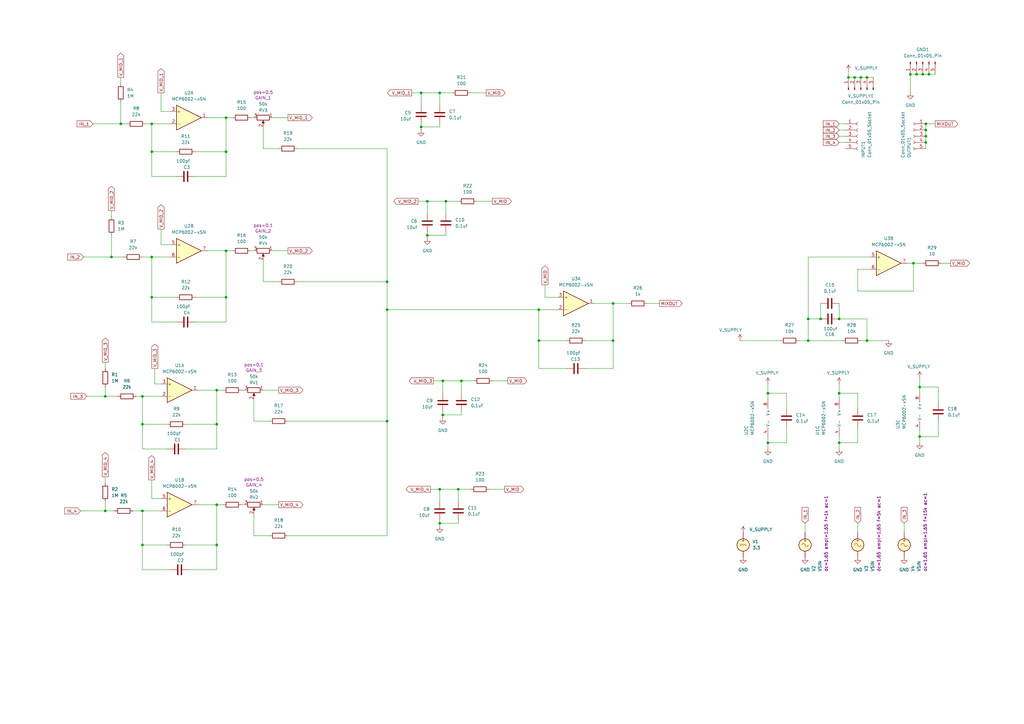
<source format=kicad_sch>
(kicad_sch (version 20250114) (generator "eeschema") (generator_version "9.0")
  (paper "A3")
  (lib_symbols
    (symbol "Amplifier_Operational:MCP6002-xSN" (pin_names (offset 0.127))
      (property "Reference" "U" (at 0 5.08 0))
      (property "Value" "MCP6002-xSN" (at 0 -5.08 0))
      (symbol "MCP6002-xSN_1_1"
        (pin input line (at -7.62 2.54 0) (length 2.54) (name "+") (number "3"))
        (pin input line (at -7.62 -2.54 0) (length 2.54) (name "-") (number "2"))
        (pin output line (at 7.62 0 180) (length 2.54) (name "~") (number "1"))
      )
      (symbol "MCP6002-xSN_2_1"
        (pin input line (at -7.62 2.54 0) (length 2.54) (name "+") (number "5"))
        (pin input line (at -7.62 -2.54 0) (length 2.54) (name "-") (number "6"))
        (pin output line (at 7.62 0 180) (length 2.54) (name "~") (number "7"))
      )
      (symbol "MCP6002-xSN_3_1"
        (pin power_in line (at -2.54 7.62 270) (length 3.81) (name "V+") (number "8"))
        (pin power_in line (at -2.54 -7.62 90) (length 3.81) (name "V-") (number "4"))
      )
    )
    (symbol "Connector:Conn_01x05_Pin" (pin_names (offset 1.016) (hide yes))
      (property "Reference" "J" (at 0 7.62 0))
      (property "Value" "Conn_01x05_Pin" (at 0 -7.62 0))
      (symbol "Conn_01x05_Pin_1_1"
        (pin passive line (at 5.08 5.08 180) (length 3.81) (name "Pin_1") (number "1"))
        (pin passive line (at 5.08 2.54 180) (length 3.81) (name "Pin_2") (number "2"))
        (pin passive line (at 5.08 0 180) (length 3.81) (name "Pin_3") (number "3"))
        (pin passive line (at 5.08 -2.54 180) (length 3.81) (name "Pin_4") (number "4"))
        (pin passive line (at 5.08 -5.08 180) (length 3.81) (name "Pin_5") (number "5"))
      )
    )
    (symbol "Connector:Conn_01x05_Socket" (pin_names (offset 1.016) (hide yes))
      (property "Reference" "J" (at 0 7.62 0))
      (property "Value" "Conn_01x05_Socket" (at 0 -7.62 0))
      (symbol "Conn_01x05_Socket_1_1"
        (pin passive line (at -5.08 5.08 0) (length 3.81) (name "Pin_1") (number "1"))
        (pin passive line (at -5.08 2.54 0) (length 3.81) (name "Pin_2") (number "2"))
        (pin passive line (at -5.08 0 0) (length 3.81) (name "Pin_3") (number "3"))
        (pin passive line (at -5.08 -2.54 0) (length 3.81) (name "Pin_4") (number "4"))
        (pin passive line (at -5.08 -5.08 0) (length 3.81) (name "Pin_5") (number "5"))
      )
    )
    (symbol "Device:C" (pin_numbers (hide yes)) (pin_names (offset 0.254))
      (property "Reference" "C" (at 0.635 2.54 0))
      (property "Value" "C" (at 0.635 -2.54 0))
      (symbol "C_1_1"
        (pin passive line (at 0 3.81 270) (length 2.794) (name "~") (number "1"))
        (pin passive line (at 0 -3.81 90) (length 2.794) (name "~") (number "2"))
      )
    )
    (symbol "Device:R" (pin_numbers (hide yes)) (pin_names (offset 0))
      (property "Reference" "R" (at 2.032 0 90))
      (property "Value" "R" (at 0 0 90))
      (symbol "R_1_1"
        (pin passive line (at 0 3.81 270) (length 1.27) (name "~") (number "1"))
        (pin passive line (at 0 -3.81 90) (length 1.27) (name "~") (number "2"))
      )
    )
    (symbol "Device:R_Potentiometer" (pin_names (offset 1.016) (hide yes))
      (property "Reference" "RV" (at -4.445 0 90))
      (property "Value" "R_Potentiometer" (at -2.54 0 90))
      (symbol "R_Potentiometer_1_1"
        (pin passive line (at 0 3.81 270) (length 1.27) (name "1") (number "1"))
        (pin passive line (at 0 -3.81 90) (length 1.27) (name "3") (number "3"))
        (pin passive line (at 3.81 0 180) (length 1.27) (name "2") (number "2"))
      )
    )
    (symbol "Simulation_SPICE:VDC" (pin_numbers (hide yes)) (pin_names (offset 0.0254))
      (property "Reference" "V" (at 2.54 2.54 0))
      (property "Value" "1" (at 2.54 0 0))
      (symbol "VDC_0_0"
        (text "+" (at 0 1.905 0) (effects (font (size 1.27 1.27))))
      )
      (symbol "VDC_1_1"
        (pin passive line (at 0 5.08 270) (length 2.54) (name "~") (number "1"))
        (pin passive line (at 0 -5.08 90) (length 2.54) (name "~") (number "2"))
      )
    )
    (symbol "Simulation_SPICE:VSIN" (pin_numbers (hide yes)) (pin_names (offset 0.0254))
      (property "Reference" "V" (at 2.54 2.54 0))
      (property "Value" "VSIN" (at 2.54 0 0))
      (property "Sim.Params" "dc=0 ampl=1 f=1k ac=1" (at 2.54 -2.54 0))
      (symbol "VSIN_0_0"
        (text "+" (at 0 1.905 0) (effects (font (size 1.27 1.27))))
      )
      (symbol "VSIN_1_1"
        (pin passive line (at 0 5.08 270) (length 2.54) (name "~") (number "1"))
        (pin passive line (at 0 -5.08 90) (length 2.54) (name "~") (number "2"))
      )
    )
    (symbol "power:+5V" (power) (pin_numbers (hide yes)) (pin_names (offset 0) (hide yes))
      (property "Value" "+5V" (at 0 3.556 0))
      (symbol "+5V_1_1"
        (pin power_in line (at 0 0 90) (length 0) (name "~") (number "1"))
      )
    )
    (symbol "power:GND" (power) (pin_numbers (hide yes)) (pin_names (offset 0) (hide yes))
      (property "Value" "GND" (at 0 -3.81 0))
      (symbol "GND_1_1"
        (pin power_in line (at 0 0 270) (length 0) (name "~") (number "1"))
      )
    )
  )
  (junction (at 88.9 160.02))
  (junction (at 180.34 214.63))
  (junction (at 350.52 31.75))
  (junction (at 58.42 162.56))
  (junction (at 58.42 223.52))
  (junction (at 88.9 207.01))
  (junction (at 331.47 139.7))
  (junction (at 344.17 161.29))
  (junction (at 182.88 82.55))
  (junction (at 58.42 173.99))
  (junction (at 181.61 170.18))
  (junction (at 180.34 38.1))
  (junction (at 375.92 30.48))
  (junction (at 347.98 31.75))
  (junction (at 379.73 53.34))
  (junction (at 331.47 130.81))
  (junction (at 92.71 48.26))
  (junction (at 379.73 55.88))
  (junction (at 314.96 161.29))
  (junction (at 158.75 115.57))
  (junction (at 355.6 31.75))
  (junction (at 88.9 173.99))
  (junction (at 251.46 139.7))
  (junction (at 381 30.48))
  (junction (at 344.17 130.81))
  (junction (at 62.23 50.8))
  (junction (at 58.42 209.55))
  (junction (at 62.23 105.41))
  (junction (at 158.75 127))
  (junction (at 175.26 96.52))
  (junction (at 189.23 156.21))
  (junction (at 378.46 30.48))
  (junction (at 336.55 130.81))
  (junction (at 92.71 102.87))
  (junction (at 49.53 50.8))
  (junction (at 374.65 107.95))
  (junction (at 62.23 121.92))
  (junction (at 92.71 62.23))
  (junction (at 158.75 172.72))
  (junction (at 377.19 158.75))
  (junction (at 172.72 38.1))
  (junction (at 377.19 179.07))
  (junction (at 45.72 105.41))
  (junction (at 355.6 139.7))
  (junction (at 43.18 209.55))
  (junction (at 353.06 31.75))
  (junction (at 379.73 50.8))
  (junction (at 88.9 223.52))
  (junction (at 220.98 127))
  (junction (at 344.17 181.61))
  (junction (at 314.96 181.61))
  (junction (at 181.61 156.21))
  (junction (at 251.46 124.46))
  (junction (at 62.23 62.23))
  (junction (at 172.72 52.07))
  (junction (at 180.34 200.66))
  (junction (at 175.26 82.55))
  (junction (at 220.98 139.7))
  (junction (at 187.96 200.66))
  (junction (at 373.38 30.48))
  (junction (at 92.71 121.92))
  (junction (at 43.18 162.56))
  (junction (at 379.73 58.42))
  (wire (pts (xy 370.84 214.63) (xy 370.84 218.44)))
  (wire (pts (xy 54.61 209.55) (xy 58.42 209.55)))
  (wire (pts (xy 121.92 60.96) (xy 158.75 60.96)))
  (wire (pts (xy 99.06 160.02) (xy 100.33 160.02)))
  (wire (pts (xy 331.47 105.41) (xy 356.87 105.41)))
  (wire (pts (xy 175.26 95.25) (xy 175.26 96.52)))
  (wire (pts (xy 66.04 100.33) (xy 69.85 100.33)))
  (wire (pts (xy 168.91 38.1) (xy 172.72 38.1)))
  (wire (pts (xy 344.17 58.42) (xy 346.71 58.42)))
  (wire (pts (xy 72.39 132.08) (xy 62.23 132.08)))
  (wire (pts (xy 377.19 181.61) (xy 377.19 179.07)))
  (wire (pts (xy 69.85 45.72) (xy 66.04 45.72)))
  (wire (pts (xy 384.81 165.1) (xy 384.81 158.75)))
  (wire (pts (xy 102.87 102.87) (xy 104.14 102.87)))
  (wire (pts (xy 187.96 200.66) (xy 187.96 205.74)))
  (wire (pts (xy 177.8 156.21) (xy 181.61 156.21)))
  (wire (pts (xy 50.8 105.41) (xy 45.72 105.41)))
  (wire (pts (xy 88.9 233.68) (xy 88.9 223.52)))
  (wire (pts (xy 107.95 115.57) (xy 114.3 115.57)))
  (wire (pts (xy 322.58 167.64) (xy 322.58 161.29)))
  (wire (pts (xy 107.95 106.68) (xy 107.95 115.57)))
  (wire (pts (xy 80.01 121.92) (xy 92.71 121.92)))
  (wire (pts (xy 63.5 151.13) (xy 63.5 157.48)))
  (wire (pts (xy 182.88 95.25) (xy 182.88 96.52)))
  (wire (pts (xy 80.01 62.23) (xy 92.71 62.23)))
  (wire (pts (xy 72.39 121.92) (xy 62.23 121.92)))
  (wire (pts (xy 58.42 162.56) (xy 66.04 162.56)))
  (wire (pts (xy 181.61 156.21) (xy 189.23 156.21)))
  (wire (pts (xy 322.58 175.26) (xy 322.58 181.61)))
  (wire (pts (xy 180.34 213.36) (xy 180.34 214.63)))
  (wire (pts (xy 232.41 139.7) (xy 220.98 139.7)))
  (wire (pts (xy 88.9 160.02) (xy 91.44 160.02)))
  (wire (pts (xy 189.23 170.18) (xy 181.61 170.18)))
  (wire (pts (xy 355.6 31.75) (xy 358.14 31.75)))
  (wire (pts (xy 351.79 175.26) (xy 351.79 181.61)))
  (wire (pts (xy 193.04 38.1) (xy 199.39 38.1)))
  (wire (pts (xy 62.23 105.41) (xy 62.23 121.92)))
  (wire (pts (xy 88.9 207.01) (xy 88.9 223.52)))
  (wire (pts (xy 243.84 124.46) (xy 251.46 124.46)))
  (wire (pts (xy 176.53 200.66) (xy 180.34 200.66)))
  (wire (pts (xy 379.73 58.42) (xy 379.73 60.96)))
  (wire (pts (xy 158.75 172.72) (xy 158.75 127)))
  (wire (pts (xy 62.23 72.39) (xy 62.23 62.23)))
  (wire (pts (xy 107.95 160.02) (xy 114.3 160.02)))
  (wire (pts (xy 80.01 132.08) (xy 92.71 132.08)))
  (wire (pts (xy 347.98 31.75) (xy 350.52 31.75)))
  (wire (pts (xy 232.41 151.13) (xy 220.98 151.13)))
  (wire (pts (xy 351.79 110.49) (xy 356.87 110.49)))
  (wire (pts (xy 314.96 157.48) (xy 314.96 161.29)))
  (wire (pts (xy 111.76 102.87) (xy 118.11 102.87)))
  (wire (pts (xy 111.76 48.26) (xy 118.11 48.26)))
  (wire (pts (xy 172.72 43.18) (xy 172.72 38.1)))
  (wire (pts (xy 182.88 82.55) (xy 182.88 87.63)))
  (wire (pts (xy 62.23 196.85) (xy 62.23 204.47)))
  (wire (pts (xy 35.56 162.56) (xy 43.18 162.56)))
  (wire (pts (xy 88.9 207.01) (xy 91.44 207.01)))
  (wire (pts (xy 58.42 184.15) (xy 58.42 173.99)))
  (wire (pts (xy 195.58 82.55) (xy 201.93 82.55)))
  (wire (pts (xy 331.47 130.81) (xy 331.47 139.7)))
  (wire (pts (xy 68.58 173.99) (xy 58.42 173.99)))
  (wire (pts (xy 172.72 50.8) (xy 172.72 52.07)))
  (wire (pts (xy 384.81 172.72) (xy 384.81 179.07)))
  (wire (pts (xy 344.17 53.34) (xy 346.71 53.34)))
  (wire (pts (xy 314.96 181.61) (xy 314.96 179.07)))
  (wire (pts (xy 58.42 223.52) (xy 58.42 233.68)))
  (wire (pts (xy 257.81 124.46) (xy 251.46 124.46)))
  (wire (pts (xy 80.01 72.39) (xy 92.71 72.39)))
  (wire (pts (xy 381 30.48) (xy 383.54 30.48)))
  (wire (pts (xy 69.85 233.68) (xy 58.42 233.68)))
  (wire (pts (xy 344.17 157.48) (xy 344.17 161.29)))
  (wire (pts (xy 102.87 48.26) (xy 104.14 48.26)))
  (wire (pts (xy 76.2 184.15) (xy 88.9 184.15)))
  (wire (pts (xy 314.96 184.15) (xy 314.96 181.61)))
  (wire (pts (xy 351.79 181.61) (xy 344.17 181.61)))
  (wire (pts (xy 379.73 50.8) (xy 379.73 53.34)))
  (wire (pts (xy 377.19 158.75) (xy 377.19 161.29)))
  (wire (pts (xy 353.06 31.75) (xy 355.6 31.75)))
  (wire (pts (xy 171.45 82.55) (xy 175.26 82.55)))
  (wire (pts (xy 189.23 156.21) (xy 194.31 156.21)))
  (wire (pts (xy 58.42 209.55) (xy 58.42 223.52)))
  (wire (pts (xy 58.42 105.41) (xy 62.23 105.41)))
  (wire (pts (xy 81.28 207.01) (xy 88.9 207.01)))
  (wire (pts (xy 330.2 214.63) (xy 330.2 218.44)))
  (wire (pts (xy 175.26 96.52) (xy 175.26 97.79)))
  (wire (pts (xy 181.61 170.18) (xy 181.61 171.45)))
  (wire (pts (xy 373.38 30.48) (xy 375.92 30.48)))
  (wire (pts (xy 303.53 139.7) (xy 320.04 139.7)))
  (wire (pts (xy 364.49 139.7) (xy 355.6 139.7)))
  (wire (pts (xy 187.96 213.36) (xy 187.96 214.63)))
  (wire (pts (xy 43.18 209.55) (xy 46.99 209.55)))
  (wire (pts (xy 373.38 30.48) (xy 373.38 38.1)))
  (wire (pts (xy 43.18 148.59) (xy 43.18 151.13)))
  (wire (pts (xy 322.58 181.61) (xy 314.96 181.61)))
  (wire (pts (xy 351.79 167.64) (xy 351.79 161.29)))
  (wire (pts (xy 347.98 31.75) (xy 347.98 29.21)))
  (wire (pts (xy 104.14 219.71) (xy 110.49 219.71)))
  (wire (pts (xy 251.46 124.46) (xy 251.46 139.7)))
  (wire (pts (xy 66.04 45.72) (xy 66.04 38.1)))
  (wire (pts (xy 331.47 139.7) (xy 345.44 139.7)))
  (wire (pts (xy 251.46 151.13) (xy 251.46 139.7)))
  (wire (pts (xy 62.23 105.41) (xy 69.85 105.41)))
  (wire (pts (xy 344.17 124.46) (xy 344.17 130.81)))
  (wire (pts (xy 327.66 139.7) (xy 331.47 139.7)))
  (wire (pts (xy 175.26 82.55) (xy 182.88 82.55)))
  (wire (pts (xy 107.95 52.07) (xy 107.95 60.96)))
  (wire (pts (xy 172.72 38.1) (xy 180.34 38.1)))
  (wire (pts (xy 220.98 139.7) (xy 220.98 127)))
  (wire (pts (xy 374.65 119.38) (xy 351.79 119.38)))
  (wire (pts (xy 384.81 158.75) (xy 377.19 158.75)))
  (wire (pts (xy 344.17 50.8) (xy 346.71 50.8)))
  (wire (pts (xy 88.9 160.02) (xy 88.9 173.99)))
  (wire (pts (xy 62.23 132.08) (xy 62.23 121.92)))
  (wire (pts (xy 58.42 209.55) (xy 66.04 209.55)))
  (wire (pts (xy 180.34 50.8) (xy 180.34 52.07)))
  (wire (pts (xy 92.71 132.08) (xy 92.71 121.92)))
  (wire (pts (xy 374.65 107.95) (xy 374.65 119.38)))
  (wire (pts (xy 180.34 214.63) (xy 180.34 215.9)))
  (wire (pts (xy 158.75 115.57) (xy 158.75 127)))
  (wire (pts (xy 68.58 184.15) (xy 58.42 184.15)))
  (wire (pts (xy 378.46 30.48) (xy 381 30.48)))
  (wire (pts (xy 49.53 50.8) (xy 52.07 50.8)))
  (wire (pts (xy 158.75 127) (xy 220.98 127)))
  (wire (pts (xy 189.23 156.21) (xy 189.23 161.29)))
  (wire (pts (xy 107.95 207.01) (xy 114.3 207.01)))
  (wire (pts (xy 251.46 139.7) (xy 240.03 139.7)))
  (wire (pts (xy 34.29 105.41) (xy 45.72 105.41)))
  (wire (pts (xy 180.34 205.74) (xy 180.34 200.66)))
  (wire (pts (xy 270.51 124.46) (xy 265.43 124.46)))
  (wire (pts (xy 355.6 130.81) (xy 355.6 139.7)))
  (wire (pts (xy 158.75 219.71) (xy 158.75 172.72)))
  (wire (pts (xy 314.96 161.29) (xy 314.96 163.83)))
  (wire (pts (xy 92.71 72.39) (xy 92.71 62.23)))
  (wire (pts (xy 49.53 31.75) (xy 49.53 34.29)))
  (wire (pts (xy 182.88 96.52) (xy 175.26 96.52)))
  (wire (pts (xy 187.96 200.66) (xy 193.04 200.66)))
  (wire (pts (xy 180.34 200.66) (xy 187.96 200.66)))
  (wire (pts (xy 180.34 52.07) (xy 172.72 52.07)))
  (wire (pts (xy 118.11 219.71) (xy 158.75 219.71)))
  (wire (pts (xy 38.1 50.8) (xy 49.53 50.8)))
  (wire (pts (xy 104.14 163.83) (xy 104.14 172.72)))
  (wire (pts (xy 386.08 107.95) (xy 389.89 107.95)))
  (wire (pts (xy 383.54 50.8) (xy 379.73 50.8)))
  (wire (pts (xy 377.19 154.94) (xy 377.19 158.75)))
  (wire (pts (xy 72.39 72.39) (xy 62.23 72.39)))
  (wire (pts (xy 92.71 102.87) (xy 92.71 121.92)))
  (wire (pts (xy 223.52 116.84) (xy 223.52 121.92)))
  (wire (pts (xy 76.2 173.99) (xy 88.9 173.99)))
  (wire (pts (xy 118.11 172.72) (xy 158.75 172.72)))
  (wire (pts (xy 66.04 93.98) (xy 66.04 100.33)))
  (wire (pts (xy 181.61 161.29) (xy 181.61 156.21)))
  (wire (pts (xy 85.09 102.87) (xy 92.71 102.87)))
  (wire (pts (xy 77.47 233.68) (xy 88.9 233.68)))
  (wire (pts (xy 158.75 60.96) (xy 158.75 115.57)))
  (wire (pts (xy 45.72 96.52) (xy 45.72 105.41)))
  (wire (pts (xy 43.18 162.56) (xy 48.26 162.56)))
  (wire (pts (xy 351.79 161.29) (xy 344.17 161.29)))
  (wire (pts (xy 59.69 50.8) (xy 62.23 50.8)))
  (wire (pts (xy 344.17 55.88) (xy 346.71 55.88)))
  (wire (pts (xy 104.14 210.82) (xy 104.14 219.71)))
  (wire (pts (xy 43.18 158.75) (xy 43.18 162.56)))
  (wire (pts (xy 344.17 181.61) (xy 344.17 179.07)))
  (wire (pts (xy 355.6 139.7) (xy 353.06 139.7)))
  (wire (pts (xy 350.52 31.75) (xy 353.06 31.75)))
  (wire (pts (xy 104.14 172.72) (xy 110.49 172.72)))
  (wire (pts (xy 43.18 195.58) (xy 43.18 198.12)))
  (wire (pts (xy 322.58 161.29) (xy 314.96 161.29)))
  (wire (pts (xy 200.66 200.66) (xy 207.01 200.66)))
  (wire (pts (xy 220.98 127) (xy 228.6 127)))
  (wire (pts (xy 81.28 160.02) (xy 88.9 160.02)))
  (wire (pts (xy 379.73 55.88) (xy 379.73 58.42)))
  (wire (pts (xy 331.47 105.41) (xy 331.47 130.81)))
  (wire (pts (xy 45.72 86.36) (xy 45.72 88.9)))
  (wire (pts (xy 63.5 157.48) (xy 66.04 157.48)))
  (wire (pts (xy 344.17 161.29) (xy 344.17 163.83)))
  (wire (pts (xy 107.95 60.96) (xy 114.3 60.96)))
  (wire (pts (xy 180.34 38.1) (xy 180.34 43.18)))
  (wire (pts (xy 201.93 156.21) (xy 208.28 156.21)))
  (wire (pts (xy 92.71 48.26) (xy 95.25 48.26)))
  (wire (pts (xy 344.17 130.81) (xy 355.6 130.81)))
  (wire (pts (xy 33.02 209.55) (xy 43.18 209.55)))
  (wire (pts (xy 220.98 151.13) (xy 220.98 139.7)))
  (wire (pts (xy 331.47 130.81) (xy 336.55 130.81)))
  (wire (pts (xy 189.23 168.91) (xy 189.23 170.18)))
  (wire (pts (xy 182.88 82.55) (xy 187.96 82.55)))
  (wire (pts (xy 99.06 207.01) (xy 100.33 207.01)))
  (wire (pts (xy 72.39 62.23) (xy 62.23 62.23)))
  (wire (pts (xy 62.23 50.8) (xy 62.23 62.23)))
  (wire (pts (xy 58.42 162.56) (xy 58.42 173.99)))
  (wire (pts (xy 180.34 38.1) (xy 185.42 38.1)))
  (wire (pts (xy 379.73 53.34) (xy 379.73 55.88)))
  (wire (pts (xy 336.55 124.46) (xy 336.55 130.81)))
  (wire (pts (xy 187.96 214.63) (xy 180.34 214.63)))
  (wire (pts (xy 223.52 121.92) (xy 228.6 121.92)))
  (wire (pts (xy 68.58 223.52) (xy 58.42 223.52)))
  (wire (pts (xy 88.9 184.15) (xy 88.9 173.99)))
  (wire (pts (xy 49.53 41.91) (xy 49.53 50.8)))
  (wire (pts (xy 377.19 179.07) (xy 377.19 176.53)))
  (wire (pts (xy 76.2 223.52) (xy 88.9 223.52)))
  (wire (pts (xy 181.61 168.91) (xy 181.61 170.18)))
  (wire (pts (xy 85.09 48.26) (xy 92.71 48.26)))
  (wire (pts (xy 172.72 52.07) (xy 172.72 53.34)))
  (wire (pts (xy 351.79 214.63) (xy 351.79 218.44)))
  (wire (pts (xy 92.71 102.87) (xy 95.25 102.87)))
  (wire (pts (xy 55.88 162.56) (xy 58.42 162.56)))
  (wire (pts (xy 374.65 107.95) (xy 378.46 107.95)))
  (wire (pts (xy 175.26 87.63) (xy 175.26 82.55)))
  (wire (pts (xy 372.11 107.95) (xy 374.65 107.95)))
  (wire (pts (xy 92.71 48.26) (xy 92.71 62.23)))
  (wire (pts (xy 62.23 204.47) (xy 66.04 204.47)))
  (wire (pts (xy 43.18 205.74) (xy 43.18 209.55)))
  (wire (pts (xy 384.81 179.07) (xy 377.19 179.07)))
  (wire (pts (xy 344.17 184.15) (xy 344.17 181.61)))
  (wire (pts (xy 121.92 115.57) (xy 158.75 115.57)))
  (wire (pts (xy 375.92 30.48) (xy 378.46 30.48)))
  (wire (pts (xy 62.23 50.8) (xy 69.85 50.8)))
  (wire (pts (xy 351.79 119.38) (xy 351.79 110.49)))
  (wire (pts (xy 240.03 151.13) (xy 251.46 151.13)))
  (global_label "V_MID_4" (shape output) (at 43.18 195.58 90) (property "Intersheetrefs" "${INTERSHEET_REFS}" (effects (hide yes))))
  (global_label "IN_3" (shape input) (at 35.56 162.56 180) (property "Intersheetrefs" "${INTERSHEET_REFS}" (effects (hide yes))))
  (global_label "V_MID_2" (shape output) (at 118.11 102.87 0) (property "Intersheetrefs" "${INTERSHEET_REFS}" (effects (hide yes))))
  (global_label "IN_1" (shape input) (at 38.1 50.8 180) (property "Intersheetrefs" "${INTERSHEET_REFS}" (effects (hide yes))))
  (global_label "IN_4" (shape input) (at 33.02 209.55 180) (property "Intersheetrefs" "${INTERSHEET_REFS}" (effects (hide yes))))
  (global_label "IN_1" (shape input) (at 344.17 50.8 180) (property "Intersheetrefs" "${INTERSHEET_REFS}" (effects (hide yes))))
  (global_label "V_MID_3" (shape output) (at 63.5 151.13 90) (property "Intersheetrefs" "${INTERSHEET_REFS}" (effects (hide yes))))
  (global_label "V_MID" (shape output) (at 201.93 82.55 0) (property "Intersheetrefs" "${INTERSHEET_REFS}" (effects (hide yes))))
  (global_label "V_MID_4" (shape output) (at 176.53 200.66 180) (property "Intersheetrefs" "${INTERSHEET_REFS}" (effects (hide yes))))
  (global_label "IN_3" (shape input) (at 344.17 55.88 180) (property "Intersheetrefs" "${INTERSHEET_REFS}" (effects (hide yes))))
  (global_label "V_MID_3" (shape output) (at 43.18 148.59 90) (property "Intersheetrefs" "${INTERSHEET_REFS}" (effects (hide yes))))
  (global_label "V_MID_3" (shape output) (at 114.3 160.02 0) (property "Intersheetrefs" "${INTERSHEET_REFS}" (effects (hide yes))))
  (global_label "V_MID_2" (shape output) (at 45.72 86.36 90) (property "Intersheetrefs" "${INTERSHEET_REFS}" (effects (hide yes))))
  (global_label "V_MID" (shape output) (at 207.01 200.66 0) (property "Intersheetrefs" "${INTERSHEET_REFS}" (effects (hide yes))))
  (global_label "IN_2" (shape input) (at 351.79 214.63 90) (property "Intersheetrefs" "${INTERSHEET_REFS}" (effects (hide yes))))
  (global_label "V_MID_1" (shape output) (at 49.53 31.75 90) (property "Intersheetrefs" "${INTERSHEET_REFS}" (effects (hide yes))))
  (global_label "V_MID" (shape output) (at 389.89 107.95 0) (property "Intersheetrefs" "${INTERSHEET_REFS}" (effects (hide yes))))
  (global_label "V_MID" (shape output) (at 199.39 38.1 0) (property "Intersheetrefs" "${INTERSHEET_REFS}" (effects (hide yes))))
  (global_label "V_MID_2" (shape output) (at 66.04 93.98 90) (property "Intersheetrefs" "${INTERSHEET_REFS}" (effects (hide yes))))
  (global_label "V_MID_1" (shape output) (at 118.11 48.26 0) (property "Intersheetrefs" "${INTERSHEET_REFS}" (effects (hide yes))))
  (global_label "IN_4" (shape input) (at 344.17 58.42 180) (property "Intersheetrefs" "${INTERSHEET_REFS}" (effects (hide yes))))
  (global_label "V_MID_3" (shape output) (at 177.8 156.21 180) (property "Intersheetrefs" "${INTERSHEET_REFS}" (effects (hide yes))))
  (global_label "MIXOUT" (shape output) (at 270.51 124.46 0) (property "Intersheetrefs" "${INTERSHEET_REFS}" (effects (hide yes))))
  (global_label "IN_2" (shape input) (at 34.29 105.41 180) (property "Intersheetrefs" "${INTERSHEET_REFS}" (effects (hide yes))))
  (global_label "V_MID" (shape output) (at 223.52 116.84 90) (property "Intersheetrefs" "${INTERSHEET_REFS}" (effects (hide yes))))
  (global_label "V_MID_2" (shape output) (at 171.45 82.55 180) (property "Intersheetrefs" "${INTERSHEET_REFS}" (effects (hide yes))))
  (global_label "IN_1" (shape input) (at 330.2 214.63 90) (property "Intersheetrefs" "${INTERSHEET_REFS}" (effects (hide yes))))
  (global_label "V_MID_4" (shape output) (at 114.3 207.01 0) (property "Intersheetrefs" "${INTERSHEET_REFS}" (effects (hide yes))))
  (global_label "IN_2" (shape input) (at 344.17 53.34 180) (property "Intersheetrefs" "${INTERSHEET_REFS}" (effects (hide yes))))
  (global_label "V_MID_1" (shape output) (at 168.91 38.1 180) (property "Intersheetrefs" "${INTERSHEET_REFS}" (effects (hide yes))))
  (global_label "IN_3" (shape input) (at 370.84 214.63 90) (property "Intersheetrefs" "${INTERSHEET_REFS}" (effects (hide yes))))
  (global_label "V_MID_4" (shape output) (at 62.23 196.85 90) (property "Intersheetrefs" "${INTERSHEET_REFS}" (effects (hide yes))))
  (global_label "MIXOUT" (shape output) (at 383.54 50.8 0) (property "Intersheetrefs" "${INTERSHEET_REFS}" (effects (hide yes))))
  (global_label "V_MID" (shape output) (at 208.28 156.21 0) (property "Intersheetrefs" "${INTERSHEET_REFS}" (effects (hide yes))))
  (global_label "V_MID_1" (shape output) (at 66.04 38.1 90) (property "Intersheetrefs" "${INTERSHEET_REFS}" (effects (hide yes))))
  (symbol (lib_id "Device:R") (at 95.25 207.01 90) (unit 1)
    (property "Reference" "R14" (at 95.25 200.66 90))
    (property "Value" "100" (at 95.25 203.2 90))
    (property "Footprint" "Resistor_SMD:R_0402_1005Metric" (effects (hide yes)))
    (property "Description" "Resistor" (effects (hide yes)))
  )
  (symbol (lib_id "Simulation_SPICE:VSIN") (at 370.84 223.52 0) (unit 1) (on_board no)
    (property "Reference" "V4" (at 374.396 234.442 90) (effects (justify left)))
    (property "Value" "VSIN" (at 376.936 234.442 90) (effects (justify left)))
    (property "Datasheet" "https://ngspice.sourceforge.io/docs/ngspice-html-manual/manual.xhtml#sec_Independent_Sources_for" (effects (hide yes)))
    (property "Description" "Voltage source, sinusoidal" (effects (hide yes)))
    (property "Sim.Pins" "1=+ 2=-" (effects (hide yes)))
    (property "Sim.Params" "dc=1.65 ampl=1.65 f=15k ac=1" (at 379.476 234.442 90) (effects (justify left)))
    (property "Sim.Type" "SIN" (effects (hide yes)))
    (property "Sim.Device" "V" (effects (hide yes)))
  )
  (symbol (lib_id "Device:R") (at 323.85 139.7 90) (unit 1)
    (property "Reference" "R27" (at 323.85 133.35 90))
    (property "Value" "10k" (at 323.85 135.89 90))
    (property "Footprint" "Resistor_SMD:R_0402_1005Metric" (effects (hide yes)))
    (property "Description" "Resistor" (effects (hide yes)))
  )
  (symbol (lib_id "Simulation_SPICE:VDC") (at 304.8 223.52 0) (unit 1) (on_board no)
    (property "Reference" "V1" (at 308.61 222.1201 0) (effects (justify left)))
    (property "Value" "3.3" (at 308.61 224.6601 0) (effects (justify left)))
    (property "Datasheet" "https://ngspice.sourceforge.io/docs/ngspice-html-manual/manual.xhtml#sec_Independent_Sources_for" (effects (hide yes)))
    (property "Description" "Voltage source, DC" (effects (hide yes)))
    (property "Sim.Pins" "1=+ 2=-" (effects (hide yes)))
    (property "Sim.Type" "DC" (effects (hide yes)))
    (property "Sim.Device" "V" (effects (hide yes)))
  )
  (symbol (lib_id "power:+5V") (at 344.17 157.48 0) (unit 1)
    (property "Reference" "#PWR011" (effects (hide yes)))
    (property "Value" "V_SUPPLY" (at 339.09 152.908 0) (effects (justify left)))
    (property "Description" "Power symbol creates a global label with name \"+5V\"" (effects (hide yes)))
  )
  (symbol (lib_id "Device:C") (at 351.79 171.45 0) (unit 1)
    (property "Reference" "C17" (at 355.6 170.1799 0) (effects (justify left)))
    (property "Value" "0.1uf" (at 355.6 172.7199 0) (effects (justify left)))
    (property "Footprint" "Capacitor_SMD:C_0402_1005Metric" (effects (hide yes)))
    (property "Description" "Unpolarized capacitor" (effects (hide yes)))
  )
  (symbol (lib_id "Connector:Conn_01x05_Pin") (at 353.06 36.83 90) (unit 1) (exclude_from_sim yes)
    (property "Reference" "V_SUPPLY1" (at 353.06 39.37 90))
    (property "Value" "Conn_01x05_Pin" (at 353.06 41.91 90))
    (property "Footprint" "BreadModular_MISC:Power_Connector" (effects (hide yes)))
    (property "Description" "Generic connector, single row, 01x05, script generated" (effects (hide yes)))
  )
  (symbol (lib_id "Amplifier_Operational:MCP6002-xSN") (at 379.73 168.91 0) (unit 3)
    (property "Reference" "U3" (at 368.3 176.022 90) (effects (justify left)))
    (property "Value" "MCP6002-xSN" (at 370.84 176.022 90) (effects (justify left)))
    (property "Footprint" "Package_SO:SOIC-8-1EP_3.9x4.9mm_P1.27mm_EP2.29x3mm" (effects (hide yes)))
    (property "Datasheet" "http://ww1.microchip.com/downloads/en/DeviceDoc/21733j.pdf" (effects (hide yes)))
    (property "Description" "1MHz, Low-Power Op Amp, SOIC-8" (effects (hide yes)))
    (property "Sim.Library" "${KICAD8_SYMBOL_DIR}/Simulation_SPICE.sp" (effects (hide yes)))
    (property "Sim.Name" "kicad_builtin_opamp_dual" (effects (hide yes)))
    (property "Sim.Device" "SUBCKT" (effects (hide yes)))
    (property "Sim.Pins" "1=out1 2=in1- 3=in1+ 4=vee 5=in2+ 6=in2- 7=out2 8=vcc" (effects (hide yes)))
  )
  (symbol (lib_id "Device:R_Potentiometer") (at 104.14 160.02 270) (unit 1)
    (property "Reference" "RV1" (at 104.14 156.972 90))
    (property "Value" "50k" (at 104.14 154.432 90))
    (property "Footprint" "BreadModular_Pots:Potentiometer_RV09" (effects (hide yes)))
    (property "Description" "Potentiometer" (effects (hide yes)))
    (property "Sim.Device" "R" (effects (hide yes)))
    (property "Sim.Type" "POT" (effects (hide yes)))
    (property "Sim.Pins" "1=r0 2=wiper 3=r1" (effects (hide yes)))
    (property "Sim.Params" "pos=0.1" (at 104.14 149.606 90))
    (property "Comment" "GAIN_3" (at 104.14 151.892 90))
  )
  (symbol (lib_id "Device:R") (at 50.8 209.55 90) (unit 1)
    (property "Reference" "R5" (at 50.8 203.2 90))
    (property "Value" "22k" (at 50.8 205.74 90))
    (property "Footprint" "Resistor_SMD:R_0402_1005Metric" (effects (hide yes)))
    (property "Description" "Resistor" (effects (hide yes)))
  )
  (symbol (lib_id "power:GND") (at 314.96 184.15 0) (unit 1)
    (property "Reference" "#PWR09" (effects (hide yes)))
    (property "Value" "GND" (at 314.96 189.23 0))
    (property "Description" "Power symbol creates a global label with name \"GND\" , ground" (effects (hide yes)))
  )
  (symbol (lib_id "Device:R_Potentiometer") (at 104.14 207.01 270) (unit 1)
    (property "Reference" "RV2" (at 104.14 203.962 90))
    (property "Value" "50k" (at 104.14 201.422 90))
    (property "Footprint" "BreadModular_Pots:Potentiometer_RV09" (effects (hide yes)))
    (property "Description" "Potentiometer" (effects (hide yes)))
    (property "Sim.Device" "R" (effects (hide yes)))
    (property "Sim.Type" "POT" (effects (hide yes)))
    (property "Sim.Pins" "1=r0 2=wiper 3=r1" (effects (hide yes)))
    (property "Sim.Params" "pos=0.5" (at 104.14 196.596 90))
    (property "Comment" "GAIN_4" (at 104.14 198.882 90))
  )
  (symbol (lib_id "Device:R") (at 236.22 139.7 90) (unit 1)
    (property "Reference" "R25" (at 236.22 133.35 90))
    (property "Value" "22k" (at 236.22 135.89 90))
    (property "Footprint" "Resistor_SMD:R_0402_1005Metric" (effects (hide yes)))
    (property "Description" "Resistor" (effects (hide yes)))
  )
  (symbol (lib_id "Device:C") (at 182.88 91.44 0) (unit 1)
    (property "Reference" "C10" (at 186.69 90.1699 0) (effects (justify left)))
    (property "Value" "0.1uf" (at 186.69 92.7099 0) (effects (justify left)))
    (property "Footprint" "Capacitor_SMD:C_0402_1005Metric" (effects (hide yes)))
    (property "Description" "Unpolarized capacitor" (effects (hide yes)))
  )
  (symbol (lib_id "Amplifier_Operational:MCP6002-xSN") (at 317.5 171.45 0) (unit 3)
    (property "Reference" "U2" (at 306.07 178.562 90) (effects (justify left)))
    (property "Value" "MCP6002-xSN" (at 308.61 178.562 90) (effects (justify left)))
    (property "Footprint" "Package_SO:SOIC-8-1EP_3.9x4.9mm_P1.27mm_EP2.29x3mm" (effects (hide yes)))
    (property "Datasheet" "http://ww1.microchip.com/downloads/en/DeviceDoc/21733j.pdf" (effects (hide yes)))
    (property "Description" "1MHz, Low-Power Op Amp, SOIC-8" (effects (hide yes)))
    (property "Sim.Library" "${KICAD8_SYMBOL_DIR}/Simulation_SPICE.sp" (effects (hide yes)))
    (property "Sim.Name" "kicad_builtin_opamp_dual" (effects (hide yes)))
    (property "Sim.Device" "SUBCKT" (effects (hide yes)))
    (property "Sim.Pins" "1=out1 2=in1- 3=in1+ 4=vee 5=in2+ 6=in2- 7=out2 8=vcc" (effects (hide yes)))
  )
  (symbol (lib_id "Simulation_SPICE:VSIN") (at 351.79 223.52 0) (unit 1) (on_board no)
    (property "Reference" "V3" (at 355.346 234.442 90) (effects (justify left)))
    (property "Value" "VSIN" (at 357.886 234.442 90) (effects (justify left)))
    (property "Datasheet" "https://ngspice.sourceforge.io/docs/ngspice-html-manual/manual.xhtml#sec_Independent_Sources_for" (effects (hide yes)))
    (property "Description" "Voltage source, sinusoidal" (effects (hide yes)))
    (property "Sim.Pins" "1=+ 2=-" (effects (hide yes)))
    (property "Sim.Params" "dc=1.65 ampl=1.65 f=5k ac=1" (at 360.426 234.442 90) (effects (justify left)))
    (property "Sim.Type" "SIN" (effects (hide yes)))
    (property "Sim.Device" "V" (effects (hide yes)))
  )
  (symbol (lib_id "Device:C") (at 73.66 233.68 90) (mirror x) (unit 1)
    (property "Reference" "C2" (at 75.438 229.87 90) (effects (justify left)))
    (property "Value" "100pf" (at 75.438 227.33 90) (effects (justify left)))
    (property "Footprint" "Capacitor_SMD:C_0402_1005Metric" (effects (hide yes)))
    (property "Description" "Unpolarized capacitor" (effects (hide yes)))
  )
  (symbol (lib_id "Device:R") (at 45.72 92.71 0) (unit 1)
    (property "Reference" "R3" (at 48.26 91.4399 0) (effects (justify left)))
    (property "Value" "1M" (at 48.26 93.9799 0) (effects (justify left)))
    (property "Footprint" "Resistor_SMD:R_0402_1005Metric" (effects (hide yes)))
    (property "Description" "Resistor" (effects (hide yes)))
  )
  (symbol (lib_id "Device:R") (at 54.61 105.41 90) (unit 1)
    (property "Reference" "R7" (at 54.61 99.06 90))
    (property "Value" "22k" (at 54.61 101.6 90))
    (property "Footprint" "Resistor_SMD:R_0402_1005Metric" (effects (hide yes)))
    (property "Description" "Resistor" (effects (hide yes)))
  )
  (symbol (lib_id "Device:R") (at 43.18 154.94 0) (unit 1)
    (property "Reference" "R1" (at 45.72 153.6699 0) (effects (justify left)))
    (property "Value" "1M" (at 45.72 156.2099 0) (effects (justify left)))
    (property "Footprint" "Resistor_SMD:R_0402_1005Metric" (effects (hide yes)))
    (property "Description" "Resistor" (effects (hide yes)))
  )
  (symbol (lib_id "power:+5V") (at 304.8 218.44 0) (unit 1)
    (property "Reference" "#PWR06" (effects (hide yes)))
    (property "Value" "V_SUPPLY" (at 307.34 217.1699 0) (effects (justify left)))
    (property "Description" "Power symbol creates a global label with name \"+5V\"" (effects (hide yes)))
  )
  (symbol (lib_id "power:GND") (at 175.26 97.79 0) (unit 1)
    (property "Reference" "#PWR02" (effects (hide yes)))
    (property "Value" "GND" (at 175.26 102.87 0))
    (property "Description" "Power symbol creates a global label with name \"GND\" , ground" (effects (hide yes)))
  )
  (symbol (lib_id "Device:C") (at 181.61 165.1 0) (mirror y) (unit 1)
    (property "Reference" "C9" (at 177.546 164.338 0) (effects (justify left)))
    (property "Value" "10uf" (at 177.546 166.878 0) (effects (justify left)))
    (property "Footprint" "Capacitor_SMD:C_0402_1005Metric" (effects (hide yes)))
    (property "Description" "Unpolarized capacitor" (effects (hide yes)))
  )
  (symbol (lib_id "Simulation_SPICE:VSIN") (at 330.2 223.52 0) (unit 1) (on_board no)
    (property "Reference" "V2" (at 333.756 234.442 90) (effects (justify left)))
    (property "Value" "VSIN" (at 336.296 234.442 90) (effects (justify left)))
    (property "Datasheet" "https://ngspice.sourceforge.io/docs/ngspice-html-manual/manual.xhtml#sec_Independent_Sources_for" (effects (hide yes)))
    (property "Description" "Voltage source, sinusoidal" (effects (hide yes)))
    (property "Sim.Pins" "1=+ 2=-" (effects (hide yes)))
    (property "Sim.Params" "dc=1.65 ampl=1.65 f=1k ac=1" (at 338.836 234.442 90) (effects (justify left)))
    (property "Sim.Type" "SIN" (effects (hide yes)))
    (property "Sim.Device" "V" (effects (hide yes)))
  )
  (symbol (lib_id "Device:R") (at 99.06 102.87 90) (unit 1)
    (property "Reference" "R16" (at 99.06 96.52 90))
    (property "Value" "100" (at 99.06 99.06 90))
    (property "Footprint" "Resistor_SMD:R_0402_1005Metric" (effects (hide yes)))
    (property "Description" "Resistor" (effects (hide yes)))
  )
  (symbol (lib_id "Amplifier_Operational:MCP6002-xSN") (at 236.22 124.46 0) (unit 1)
    (property "Reference" "U3" (at 236.22 114.3 0))
    (property "Value" "MCP6002-xSN" (at 236.22 116.84 0))
    (property "Footprint" "Package_SO:SOIC-8-1EP_3.9x4.9mm_P1.27mm_EP2.29x3mm" (effects (hide yes)))
    (property "Datasheet" "http://ww1.microchip.com/downloads/en/DeviceDoc/21733j.pdf" (effects (hide yes)))
    (property "Description" "1MHz, Low-Power Op Amp, SOIC-8" (effects (hide yes)))
    (property "Sim.Library" "${KICAD8_SYMBOL_DIR}/Simulation_SPICE.sp" (effects (hide yes)))
    (property "Sim.Name" "kicad_builtin_opamp_dual" (effects (hide yes)))
    (property "Sim.Device" "SUBCKT" (effects (hide yes)))
    (property "Sim.Pins" "1=out1 2=in1- 3=in1+ 4=vee 5=in2+ 6=in2- 7=out2 8=vcc" (effects (hide yes)))
  )
  (symbol (lib_id "power:+5V") (at 347.98 29.21 0) (unit 1)
    (property "Reference" "#PWR013" (effects (hide yes)))
    (property "Value" "V_SUPPLY" (at 350.52 27.9399 0) (effects (justify left)))
    (property "Description" "Power symbol creates a global label with name \"+5V\"" (effects (hide yes)))
  )
  (symbol (lib_id "Amplifier_Operational:MCP6002-xSN") (at 364.49 107.95 0) (unit 2)
    (property "Reference" "U3" (at 364.49 97.79 0))
    (property "Value" "MCP6002-xSN" (at 364.49 100.33 0))
    (property "Footprint" "Package_SO:SOIC-8-1EP_3.9x4.9mm_P1.27mm_EP2.29x3mm" (effects (hide yes)))
    (property "Datasheet" "http://ww1.microchip.com/downloads/en/DeviceDoc/21733j.pdf" (effects (hide yes)))
    (property "Description" "1MHz, Low-Power Op Amp, SOIC-8" (effects (hide yes)))
    (property "Sim.Library" "${KICAD8_SYMBOL_DIR}/Simulation_SPICE.sp" (effects (hide yes)))
    (property "Sim.Name" "kicad_builtin_opamp_dual" (effects (hide yes)))
    (property "Sim.Device" "SUBCKT" (effects (hide yes)))
    (property "Sim.Pins" "1=out1 2=in1- 3=in1+ 4=vee 5=in2+ 6=in2- 7=out2 8=vcc" (effects (hide yes)))
  )
  (symbol (lib_id "power:GND") (at 373.38 38.1 0) (unit 1)
    (property "Reference" "#PWR017" (effects (hide yes)))
    (property "Value" "GND" (at 373.38 43.18 0))
    (property "Description" "Power symbol creates a global label with name \"GND\" , ground" (effects (hide yes)))
  )
  (symbol (lib_id "Device:R") (at 191.77 82.55 90) (unit 1)
    (property "Reference" "R22" (at 191.77 76.2 90))
    (property "Value" "100" (at 191.77 78.74 90))
    (property "Footprint" "Resistor_SMD:R_0402_1005Metric" (effects (hide yes)))
    (property "Description" "Resistor" (effects (hide yes)))
  )
  (symbol (lib_id "Device:R") (at 261.62 124.46 90) (unit 1)
    (property "Reference" "R26" (at 261.62 118.11 90))
    (property "Value" "1k" (at 261.62 120.65 90))
    (property "Footprint" "Resistor_SMD:R_0402_1005Metric" (effects (hide yes)))
    (property "Description" "Resistor" (effects (hide yes)))
  )
  (symbol (lib_id "Device:C") (at 340.36 124.46 90) (unit 1)
    (property "Reference" "C15" (at 340.36 116.84 90))
    (property "Value" "0.1uf" (at 340.36 119.38 90))
    (property "Footprint" "Capacitor_SMD:C_0402_1005Metric" (effects (hide yes)))
    (property "Description" "Unpolarized capacitor" (effects (hide yes)))
  )
  (symbol (lib_id "Device:R_Potentiometer") (at 107.95 48.26 270) (unit 1)
    (property "Reference" "RV3" (at 107.95 45.212 90))
    (property "Value" "50k" (at 107.95 42.672 90))
    (property "Footprint" "BreadModular_Pots:Potentiometer_RV09" (effects (hide yes)))
    (property "Description" "Potentiometer" (effects (hide yes)))
    (property "Sim.Device" "R" (effects (hide yes)))
    (property "Sim.Type" "POT" (effects (hide yes)))
    (property "Sim.Pins" "1=r0 2=wiper 3=r1" (effects (hide yes)))
    (property "Sim.Params" "pos=0.5" (at 107.95 37.846 90))
    (property "Comment" "GAIN_1" (at 107.95 40.132 90))
  )
  (symbol (lib_id "Device:R") (at 76.2 121.92 90) (unit 1)
    (property "Reference" "R12" (at 76.2 115.57 90))
    (property "Value" "22k" (at 76.2 118.11 90))
    (property "Footprint" "Resistor_SMD:R_0402_1005Metric" (effects (hide yes)))
    (property "Description" "Resistor" (effects (hide yes)))
  )
  (symbol (lib_id "Amplifier_Operational:MCP6002-xSN") (at 73.66 207.01 0) (unit 2)
    (property "Reference" "U1" (at 73.66 196.85 0))
    (property "Value" "MCP6002-xSN" (at 73.66 199.39 0))
    (property "Footprint" "Package_SO:SOIC-8-1EP_3.9x4.9mm_P1.27mm_EP2.29x3mm" (effects (hide yes)))
    (property "Datasheet" "http://ww1.microchip.com/downloads/en/DeviceDoc/21733j.pdf" (effects (hide yes)))
    (property "Description" "1MHz, Low-Power Op Amp, SOIC-8" (effects (hide yes)))
    (property "Sim.Library" "${KICAD8_SYMBOL_DIR}/Simulation_SPICE.sp" (effects (hide yes)))
    (property "Sim.Name" "kicad_builtin_opamp_dual" (effects (hide yes)))
    (property "Sim.Device" "SUBCKT" (effects (hide yes)))
    (property "Sim.Pins" "1=out1 2=in1- 3=in1+ 4=vee 5=in2+ 6=in2- 7=out2 8=vcc" (effects (hide yes)))
  )
  (symbol (lib_id "Device:R") (at 95.25 160.02 90) (unit 1)
    (property "Reference" "R13" (at 95.25 153.67 90))
    (property "Value" "100" (at 95.25 156.21 90))
    (property "Footprint" "Resistor_SMD:R_0402_1005Metric" (effects (hide yes)))
    (property "Description" "Resistor" (effects (hide yes)))
  )
  (symbol (lib_id "Device:R") (at 72.39 223.52 90) (unit 1)
    (property "Reference" "R10" (at 72.39 217.17 90))
    (property "Value" "22k" (at 72.39 219.71 90))
    (property "Footprint" "Resistor_SMD:R_0402_1005Metric" (effects (hide yes)))
    (property "Description" "Resistor" (effects (hide yes)))
  )
  (symbol (lib_id "power:GND") (at 330.2 228.6 0) (unit 1)
    (property "Reference" "#PWR010" (effects (hide yes)))
    (property "Value" "GND" (at 330.2 233.68 0))
    (property "Description" "Power symbol creates a global label with name \"GND\" , ground" (effects (hide yes)))
  )
  (symbol (lib_id "Device:R") (at 72.39 173.99 90) (unit 1)
    (property "Reference" "R9" (at 72.39 167.64 90))
    (property "Value" "22k" (at 72.39 170.18 90))
    (property "Footprint" "Resistor_SMD:R_0402_1005Metric" (effects (hide yes)))
    (property "Description" "Resistor" (effects (hide yes)))
  )
  (symbol (lib_id "power:+5V") (at 303.53 139.7 0) (unit 1)
    (property "Reference" "#PWR05" (effects (hide yes)))
    (property "Value" "V_SUPPLY" (at 294.894 135.382 0) (effects (justify left)))
    (property "Description" "Power symbol creates a global label with name \"+5V\"" (effects (hide yes)))
  )
  (symbol (lib_id "Device:C") (at 384.81 168.91 0) (unit 1)
    (property "Reference" "C18" (at 388.62 167.6399 0) (effects (justify left)))
    (property "Value" "0.1uf" (at 388.62 170.1799 0) (effects (justify left)))
    (property "Footprint" "Capacitor_SMD:C_0402_1005Metric" (effects (hide yes)))
    (property "Description" "Unpolarized capacitor" (effects (hide yes)))
  )
  (symbol (lib_id "Device:R") (at 198.12 156.21 90) (unit 1)
    (property "Reference" "R24" (at 198.12 149.86 90))
    (property "Value" "100" (at 198.12 152.4 90))
    (property "Footprint" "Resistor_SMD:R_0402_1005Metric" (effects (hide yes)))
    (property "Description" "Resistor" (effects (hide yes)))
  )
  (symbol (lib_id "power:GND") (at 304.8 228.6 0) (unit 1)
    (property "Reference" "#PWR07" (effects (hide yes)))
    (property "Value" "GND" (at 304.8 233.68 0))
    (property "Description" "Power symbol creates a global label with name \"GND\" , ground" (effects (hide yes)))
  )
  (symbol (lib_id "Device:C") (at 236.22 151.13 90) (mirror x) (unit 1)
    (property "Reference" "C13" (at 237.998 147.32 90) (effects (justify left)))
    (property "Value" "100pf" (at 237.998 144.78 90) (effects (justify left)))
    (property "Footprint" "Capacitor_SMD:C_0402_1005Metric" (effects (hide yes)))
    (property "Description" "Unpolarized capacitor" (effects (hide yes)))
  )
  (symbol (lib_id "Device:R") (at 118.11 60.96 90) (unit 1)
    (property "Reference" "R19" (at 118.11 54.61 90))
    (property "Value" "22k" (at 118.11 57.15 90))
    (property "Footprint" "Resistor_SMD:R_0402_1005Metric" (effects (hide yes)))
    (property "Description" "Resistor" (effects (hide yes)))
  )
  (symbol (lib_id "Device:R") (at 43.18 201.93 0) (unit 1)
    (property "Reference" "R2" (at 45.72 200.6599 0) (effects (justify left)))
    (property "Value" "1M" (at 45.72 203.1999 0) (effects (justify left)))
    (property "Footprint" "Resistor_SMD:R_0402_1005Metric" (effects (hide yes)))
    (property "Description" "Resistor" (effects (hide yes)))
  )
  (symbol (lib_id "Device:C") (at 180.34 209.55 0) (mirror y) (unit 1)
    (property "Reference" "C8" (at 176.276 208.788 0) (effects (justify left)))
    (property "Value" "10uf" (at 176.276 211.328 0) (effects (justify left)))
    (property "Footprint" "Capacitor_SMD:C_0402_1005Metric" (effects (hide yes)))
    (property "Description" "Unpolarized capacitor" (effects (hide yes)))
  )
  (symbol (lib_id "power:GND") (at 181.61 171.45 0) (unit 1)
    (property "Reference" "#PWR04" (effects (hide yes)))
    (property "Value" "GND" (at 181.61 176.53 0))
    (property "Description" "Power symbol creates a global label with name \"GND\" , ground" (effects (hide yes)))
  )
  (symbol (lib_id "Device:R") (at 114.3 172.72 90) (unit 1)
    (property "Reference" "R17" (at 114.3 166.37 90))
    (property "Value" "22k" (at 114.3 168.91 90))
    (property "Footprint" "Resistor_SMD:R_0402_1005Metric" (effects (hide yes)))
    (property "Description" "Resistor" (effects (hide yes)))
  )
  (symbol (lib_id "Device:C") (at 322.58 171.45 0) (unit 1)
    (property "Reference" "C14" (at 326.39 170.1799 0) (effects (justify left)))
    (property "Value" "0.1uf" (at 326.39 172.7199 0) (effects (justify left)))
    (property "Footprint" "Capacitor_SMD:C_0402_1005Metric" (effects (hide yes)))
    (property "Description" "Unpolarized capacitor" (effects (hide yes)))
  )
  (symbol (lib_id "Device:C") (at 76.2 72.39 90) (mirror x) (unit 1)
    (property "Reference" "C3" (at 77.978 68.58 90) (effects (justify left)))
    (property "Value" "100pf" (at 77.978 66.04 90) (effects (justify left)))
    (property "Footprint" "Capacitor_SMD:C_0402_1005Metric" (effects (hide yes)))
    (property "Description" "Unpolarized capacitor" (effects (hide yes)))
  )
  (symbol (lib_id "Device:R") (at 114.3 219.71 90) (unit 1)
    (property "Reference" "R18" (at 114.3 213.36 90))
    (property "Value" "22k" (at 114.3 215.9 90))
    (property "Footprint" "Resistor_SMD:R_0402_1005Metric" (effects (hide yes)))
    (property "Description" "Resistor" (effects (hide yes)))
  )
  (symbol (lib_id "Device:R") (at 55.88 50.8 90) (unit 1)
    (property "Reference" "R8" (at 55.88 44.45 90))
    (property "Value" "22k" (at 55.88 46.99 90))
    (property "Footprint" "Resistor_SMD:R_0402_1005Metric" (effects (hide yes)))
    (property "Description" "Resistor" (effects (hide yes)))
  )
  (symbol (lib_id "Device:C") (at 72.39 184.15 90) (mirror x) (unit 1)
    (property "Reference" "C1" (at 74.168 180.34 90) (effects (justify left)))
    (property "Value" "100pf" (at 74.168 177.8 90) (effects (justify left)))
    (property "Footprint" "Capacitor_SMD:C_0402_1005Metric" (effects (hide yes)))
    (property "Description" "Unpolarized capacitor" (effects (hide yes)))
  )
  (symbol (lib_id "Connector:Conn_01x05_Socket") (at 374.65 55.88 0) (mirror y) (unit 1) (exclude_from_sim yes)
    (property "Reference" "OUTPUT1" (at 372.872 64.77 90) (effects (justify left)))
    (property "Value" "Conn_01x05_Socket" (at 370.332 64.77 90) (effects (justify left)))
    (property "Footprint" "Connector_PinSocket_2.54mm:PinSocket_1x05_P2.54mm_Vertical" (effects (hide yes)))
    (property "Description" "Generic connector, single row, 01x05, script generated" (effects (hide yes)))
  )
  (symbol (lib_id "Device:C") (at 187.96 209.55 0) (unit 1)
    (property "Reference" "C11" (at 191.77 208.2799 0) (effects (justify left)))
    (property "Value" "0.1uf" (at 191.77 210.8199 0) (effects (justify left)))
    (property "Footprint" "Capacitor_SMD:C_0402_1005Metric" (effects (hide yes)))
    (property "Description" "Unpolarized capacitor" (effects (hide yes)))
  )
  (symbol (lib_id "power:GND") (at 370.84 228.6 0) (unit 1)
    (property "Reference" "#PWR016" (effects (hide yes)))
    (property "Value" "GND" (at 370.84 233.68 0))
    (property "Description" "Power symbol creates a global label with name \"GND\" , ground" (effects (hide yes)))
  )
  (symbol (lib_id "Device:C") (at 340.36 130.81 90) (unit 1)
    (property "Reference" "C16" (at 340.36 137.16 90))
    (property "Value" "100uf" (at 340.614 134.874 90))
    (property "Footprint" "Capacitor_SMD:C_1206_3216Metric" (effects (hide yes)))
    (property "Description" "Unpolarized capacitor" (effects (hide yes)))
  )
  (symbol (lib_id "Device:C") (at 175.26 91.44 0) (mirror y) (unit 1)
    (property "Reference" "C6" (at 171.196 90.678 0) (effects (justify left)))
    (property "Value" "10uf" (at 171.196 93.218 0) (effects (justify left)))
    (property "Footprint" "Capacitor_SMD:C_0402_1005Metric" (effects (hide yes)))
    (property "Description" "Unpolarized capacitor" (effects (hide yes)))
  )
  (symbol (lib_id "power:GND") (at 172.72 53.34 0) (unit 1)
    (property "Reference" "#PWR01" (effects (hide yes)))
    (property "Value" "GND" (at 172.72 58.42 0))
    (property "Description" "Power symbol creates a global label with name \"GND\" , ground" (effects (hide yes)))
  )
  (symbol (lib_id "power:+5V") (at 314.96 157.48 0) (unit 1)
    (property "Reference" "#PWR08" (effects (hide yes)))
    (property "Value" "V_SUPPLY" (at 309.88 152.908 0) (effects (justify left)))
    (property "Description" "Power symbol creates a global label with name \"+5V\"" (effects (hide yes)))
  )
  (symbol (lib_id "Device:R") (at 52.07 162.56 90) (unit 1)
    (property "Reference" "R6" (at 52.07 156.21 90))
    (property "Value" "22k" (at 52.07 158.75 90))
    (property "Footprint" "Resistor_SMD:R_0402_1005Metric" (effects (hide yes)))
    (property "Description" "Resistor" (effects (hide yes)))
  )
  (symbol (lib_id "Amplifier_Operational:MCP6002-xSN") (at 73.66 160.02 0) (unit 1)
    (property "Reference" "U1" (at 73.66 149.86 0))
    (property "Value" "MCP6002-xSN" (at 73.66 152.4 0))
    (property "Footprint" "Package_SO:SOIC-8-1EP_3.9x4.9mm_P1.27mm_EP2.29x3mm" (effects (hide yes)))
    (property "Datasheet" "http://ww1.microchip.com/downloads/en/DeviceDoc/21733j.pdf" (effects (hide yes)))
    (property "Description" "1MHz, Low-Power Op Amp, SOIC-8" (effects (hide yes)))
    (property "Sim.Library" "${KICAD8_SYMBOL_DIR}/Simulation_SPICE.sp" (effects (hide yes)))
    (property "Sim.Name" "kicad_builtin_opamp_dual" (effects (hide yes)))
    (property "Sim.Device" "SUBCKT" (effects (hide yes)))
    (property "Sim.Pins" "1=out1 2=in1- 3=in1+ 4=vee 5=in2+ 6=in2- 7=out2 8=vcc" (effects (hide yes)))
  )
  (symbol (lib_id "Device:R") (at 99.06 48.26 90) (unit 1)
    (property "Reference" "R15" (at 99.06 41.91 90))
    (property "Value" "100" (at 99.06 44.45 90))
    (property "Footprint" "Resistor_SMD:R_0402_1005Metric" (effects (hide yes)))
    (property "Description" "Resistor" (effects (hide yes)))
  )
  (symbol (lib_id "Device:C") (at 76.2 132.08 90) (mirror x) (unit 1)
    (property "Reference" "C4" (at 77.978 128.27 90) (effects (justify left)))
    (property "Value" "100pf" (at 77.978 125.73 90) (effects (justify left)))
    (property "Footprint" "Capacitor_SMD:C_0402_1005Metric" (effects (hide yes)))
    (property "Description" "Unpolarized capacitor" (effects (hide yes)))
  )
  (symbol (lib_id "power:GND") (at 377.19 181.61 0) (unit 1)
    (property "Reference" "#PWR019" (effects (hide yes)))
    (property "Value" "GND" (at 377.19 186.69 0))
    (property "Description" "Power symbol creates a global label with name \"GND\" , ground" (effects (hide yes)))
  )
  (symbol (lib_id "power:+5V") (at 377.19 154.94 0) (unit 1)
    (property "Reference" "#PWR018" (effects (hide yes)))
    (property "Value" "V_SUPPLY" (at 372.11 150.368 0) (effects (justify left)))
    (property "Description" "Power symbol creates a global label with name \"+5V\"" (effects (hide yes)))
  )
  (symbol (lib_id "power:GND") (at 180.34 215.9 0) (unit 1)
    (property "Reference" "#PWR03" (effects (hide yes)))
    (property "Value" "GND" (at 180.34 220.98 0))
    (property "Description" "Power symbol creates a global label with name \"GND\" , ground" (effects (hide yes)))
  )
  (symbol (lib_id "power:GND") (at 364.49 139.7 0) (unit 1)
    (property "Reference" "#PWR015" (effects (hide yes)))
    (property "Value" "GND" (at 364.49 144.78 0))
    (property "Description" "Power symbol creates a global label with name \"GND\" , ground" (effects (hide yes)))
  )
  (symbol (lib_id "power:GND") (at 351.79 228.6 0) (unit 1)
    (property "Reference" "#PWR014" (effects (hide yes)))
    (property "Value" "GND" (at 351.79 233.68 0))
    (property "Description" "Power symbol creates a global label with name \"GND\" , ground" (effects (hide yes)))
  )
  (symbol (lib_id "Amplifier_Operational:MCP6002-xSN") (at 346.71 171.45 0) (unit 3)
    (property "Reference" "U1" (at 335.28 178.562 90) (effects (justify left)))
    (property "Value" "MCP6002-xSN" (at 337.82 178.562 90) (effects (justify left)))
    (property "Footprint" "Package_SO:SOIC-8-1EP_3.9x4.9mm_P1.27mm_EP2.29x3mm" (effects (hide yes)))
    (property "Datasheet" "http://ww1.microchip.com/downloads/en/DeviceDoc/21733j.pdf" (effects (hide yes)))
    (property "Description" "1MHz, Low-Power Op Amp, SOIC-8" (effects (hide yes)))
    (property "Sim.Library" "${KICAD8_SYMBOL_DIR}/Simulation_SPICE.sp" (effects (hide yes)))
    (property "Sim.Name" "kicad_builtin_opamp_dual" (effects (hide yes)))
    (property "Sim.Device" "SUBCKT" (effects (hide yes)))
    (property "Sim.Pins" "1=out1 2=in1- 3=in1+ 4=vee 5=in2+ 6=in2- 7=out2 8=vcc" (effects (hide yes)))
  )
  (symbol (lib_id "Device:C") (at 180.34 46.99 0) (unit 1)
    (property "Reference" "C7" (at 184.15 45.7199 0) (effects (justify left)))
    (property "Value" "0.1uf" (at 184.15 48.2599 0) (effects (justify left)))
    (property "Footprint" "Capacitor_SMD:C_0402_1005Metric" (effects (hide yes)))
    (property "Description" "Unpolarized capacitor" (effects (hide yes)))
  )
  (symbol (lib_id "Device:R") (at 349.25 139.7 90) (unit 1)
    (property "Reference" "R28" (at 349.25 133.35 90))
    (property "Value" "10k" (at 349.25 135.89 90))
    (property "Footprint" "Resistor_SMD:R_0402_1005Metric" (effects (hide yes)))
    (property "Description" "Resistor" (effects (hide yes)))
  )
  (symbol (lib_id "Connector:Conn_01x05_Socket") (at 351.79 55.88 0) (unit 1) (exclude_from_sim yes)
    (property "Reference" "INPUT1" (at 354.076 64.77 90) (effects (justify left)))
    (property "Value" "Conn_01x05_Socket" (at 356.616 64.77 90) (effects (justify left)))
    (property "Footprint" "Connector_PinSocket_2.54mm:PinSocket_1x05_P2.54mm_Vertical" (effects (hide yes)))
    (property "Description" "Generic connector, single row, 01x05, script generated" (effects (hide yes)))
  )
  (symbol (lib_id "Device:R_Potentiometer") (at 107.95 102.87 270) (unit 1)
    (property "Reference" "RV4" (at 107.95 99.822 90))
    (property "Value" "50k" (at 107.95 97.282 90))
    (property "Footprint" "BreadModular_Pots:Potentiometer_RV09" (effects (hide yes)))
    (property "Description" "Potentiometer" (effects (hide yes)))
    (property "Sim.Device" "R" (effects (hide yes)))
    (property "Sim.Type" "POT" (effects (hide yes)))
    (property "Sim.Pins" "1=r0 2=wiper 3=r1" (effects (hide yes)))
    (property "Sim.Params" "pos=0.1" (at 107.95 92.456 90))
    (property "Comment" "GAIN_2" (at 107.95 94.742 90))
  )
  (symbol (lib_id "Device:R") (at 49.53 38.1 0) (unit 1)
    (property "Reference" "R4" (at 52.07 36.8299 0) (effects (justify left)))
    (property "Value" "1M" (at 52.07 39.3699 0) (effects (justify left)))
    (property "Footprint" "Resistor_SMD:R_0402_1005Metric" (effects (hide yes)))
    (property "Description" "Resistor" (effects (hide yes)))
  )
  (symbol (lib_id "Device:R") (at 118.11 115.57 90) (unit 1)
    (property "Reference" "R20" (at 118.11 109.22 90))
    (property "Value" "22k" (at 118.11 111.76 90))
    (property "Footprint" "Resistor_SMD:R_0402_1005Metric" (effects (hide yes)))
    (property "Description" "Resistor" (effects (hide yes)))
  )
  (symbol (lib_id "Device:R") (at 196.85 200.66 90) (unit 1)
    (property "Reference" "R23" (at 196.85 194.31 90))
    (property "Value" "100" (at 196.85 196.85 90))
    (property "Footprint" "Resistor_SMD:R_0402_1005Metric" (effects (hide yes)))
    (property "Description" "Resistor" (effects (hide yes)))
  )
  (symbol (lib_id "power:GND") (at 344.17 184.15 0) (unit 1)
    (property "Reference" "#PWR012" (effects (hide yes)))
    (property "Value" "GND" (at 344.17 189.23 0))
    (property "Description" "Power symbol creates a global label with name \"GND\" , ground" (effects (hide yes)))
  )
  (symbol (lib_id "Device:C") (at 189.23 165.1 0) (unit 1)
    (property "Reference" "C12" (at 193.04 163.8299 0) (effects (justify left)))
    (property "Value" "0.1uf" (at 193.04 166.3699 0) (effects (justify left)))
    (property "Footprint" "Capacitor_SMD:C_0402_1005Metric" (effects (hide yes)))
    (property "Description" "Unpolarized capacitor" (effects (hide yes)))
  )
  (symbol (lib_id "Device:C") (at 172.72 46.99 0) (mirror y) (unit 1)
    (property "Reference" "C5" (at 168.656 46.228 0) (effects (justify left)))
    (property "Value" "10uf" (at 168.656 48.768 0) (effects (justify left)))
    (property "Footprint" "Capacitor_SMD:C_0402_1005Metric" (effects (hide yes)))
    (property "Description" "Unpolarized capacitor" (effects (hide yes)))
  )
  (symbol (lib_id "Amplifier_Operational:MCP6002-xSN") (at 77.47 102.87 0) (unit 2)
    (property "Reference" "U2" (at 77.47 92.71 0))
    (property "Value" "MCP6002-xSN" (at 77.47 95.25 0))
    (property "Footprint" "Package_SO:SOIC-8-1EP_3.9x4.9mm_P1.27mm_EP2.29x3mm" (effects (hide yes)))
    (property "Datasheet" "http://ww1.microchip.com/downloads/en/DeviceDoc/21733j.pdf" (effects (hide yes)))
    (property "Description" "1MHz, Low-Power Op Amp, SOIC-8" (effects (hide yes)))
    (property "Sim.Library" "${KICAD8_SYMBOL_DIR}/Simulation_SPICE.sp" (effects (hide yes)))
    (property "Sim.Name" "kicad_builtin_opamp_dual" (effects (hide yes)))
    (property "Sim.Device" "SUBCKT" (effects (hide yes)))
    (property "Sim.Pins" "1=out1 2=in1- 3=in1+ 4=vee 5=in2+ 6=in2- 7=out2 8=vcc" (effects (hide yes)))
  )
  (symbol (lib_id "Device:R") (at 382.27 107.95 90) (unit 1)
    (property "Reference" "R29" (at 382.27 101.6 90))
    (property "Value" "10" (at 382.27 104.14 90))
    (property "Footprint" "Resistor_SMD:R_0402_1005Metric" (effects (hide yes)))
    (property "Description" "Resistor" (effects (hide yes)))
  )
  (symbol (lib_id "Connector:Conn_01x05_Pin") (at 378.46 25.4 90) (mirror x) (unit 1) (exclude_from_sim yes)
    (property "Reference" "GND1" (at 378.46 20.32 90))
    (property "Value" "Conn_01x05_Pin" (at 378.46 22.86 90))
    (property "Footprint" "BreadModular_MISC:Power_Connector" (effects (hide yes)))
    (property "Description" "Generic connector, single row, 01x05, script generated" (effects (hide yes)))
  )
  (symbol (lib_id "Device:R") (at 76.2 62.23 90) (unit 1)
    (property "Reference" "R11" (at 76.2 55.88 90))
    (property "Value" "22k" (at 76.2 58.42 90))
    (property "Footprint" "Resistor_SMD:R_0402_1005Metric" (effects (hide yes)))
    (property "Description" "Resistor" (effects (hide yes)))
  )
  (symbol (lib_id "Device:R") (at 189.23 38.1 90) (unit 1)
    (property "Reference" "R21" (at 189.23 31.75 90))
    (property "Value" "100" (at 189.23 34.29 90))
    (property "Footprint" "Resistor_SMD:R_0402_1005Metric" (effects (hide yes)))
    (property "Description" "Resistor" (effects (hide yes)))
  )
  (symbol (lib_id "Amplifier_Operational:MCP6002-xSN") (at 77.47 48.26 0) (unit 1)
    (property "Reference" "U2" (at 77.47 38.1 0))
    (property "Value" "MCP6002-xSN" (at 77.47 40.64 0))
    (property "Footprint" "Package_SO:SOIC-8-1EP_3.9x4.9mm_P1.27mm_EP2.29x3mm" (effects (hide yes)))
    (property "Datasheet" "http://ww1.microchip.com/downloads/en/DeviceDoc/21733j.pdf" (effects (hide yes)))
    (property "Description" "1MHz, Low-Power Op Amp, SOIC-8" (effects (hide yes)))
    (property "Sim.Library" "${KICAD8_SYMBOL_DIR}/Simulation_SPICE.sp" (effects (hide yes)))
    (property "Sim.Name" "kicad_builtin_opamp_dual" (effects (hide yes)))
    (property "Sim.Device" "SUBCKT" (effects (hide yes)))
    (property "Sim.Pins" "1=out1 2=in1- 3=in1+ 4=vee 5=in2+ 6=in2- 7=out2 8=vcc" (effects (hide yes)))
  )
)
</source>
